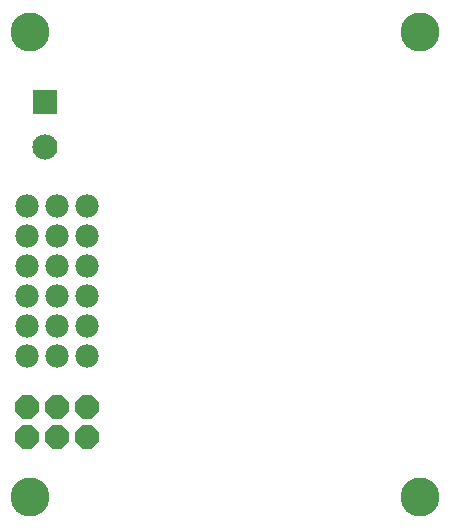
<source format=gbs>
G75*
G70*
%OFA0B0*%
%FSLAX24Y24*%
%IPPOS*%
%LPD*%
%AMOC8*
5,1,8,0,0,1.08239X$1,22.5*
%
%ADD10C,0.1300*%
%ADD11OC8,0.0780*%
%ADD12C,0.0780*%
%ADD13R,0.0840X0.0840*%
%ADD14C,0.0840*%
D10*
X001450Y001550D03*
X014450Y001550D03*
X014450Y017050D03*
X001450Y017050D03*
D11*
X001350Y004550D03*
X001350Y003550D03*
X002350Y003550D03*
X002350Y004550D03*
X003350Y004550D03*
X003350Y003550D03*
D12*
X003350Y006250D03*
X003350Y007250D03*
X003350Y008250D03*
X003350Y009250D03*
X003350Y010250D03*
X003350Y011250D03*
X002350Y011250D03*
X002350Y010250D03*
X002350Y009250D03*
X002350Y008250D03*
X002350Y007250D03*
X002350Y006250D03*
X001350Y006250D03*
X001350Y007250D03*
X001350Y008250D03*
X001350Y009250D03*
X001350Y010250D03*
X001350Y011250D03*
D13*
X001950Y014720D03*
D14*
X001950Y013202D03*
M02*

</source>
